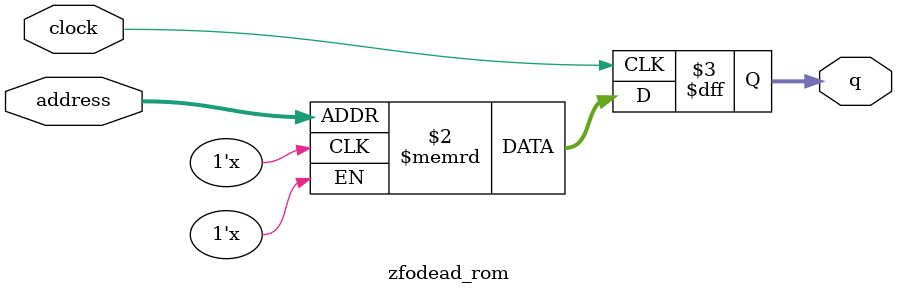
<source format=sv>
module zfodead_rom (
	input logic clock,
	input logic [11:0] address,
	output logic [3:0] q
);

logic [3:0] memory [0:4095] /* synthesis ram_init_file = "./zfodead/zfodead.mif" */;

always_ff @ (posedge clock) begin
	q <= memory[address];
end

endmodule

</source>
